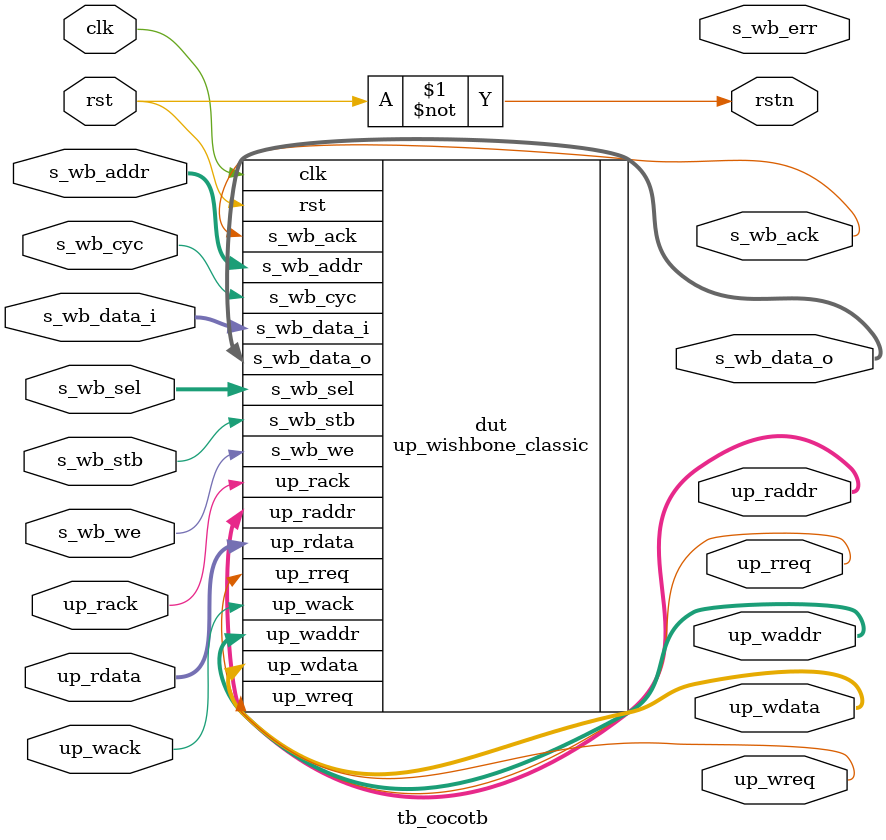
<source format=v>

`timescale 1ns/100ps

/*
 * Module: tb_cocotb
 *
 * Wishbone Classic slave to uP up_wishbone_classic DUT
 *
 * Parameters:
 *
 *   ADDRESS_WIDTH   - Width of the Wishbone address port in bits.
 *   BUS_WIDTH       - Width of the Wishbone bus data port in bytes.
 *
 * Ports:
 *
 *   clk              - Clock
 *   rst              - Positive reset
 *   s_wb_cyc         - Bus Cycle in process
 *   s_wb_stb         - Valid data transfer cycle
 *   s_wb_we          - Active High write, low read
 *   s_wb_addr        - Bus address
 *   s_wb_data_i      - Input data
 *   s_wb_sel         - Device Select
 *   s_wb_ack         - Bus transaction terminated
 *   s_wb_data_o      - Output data
 *   s_wb_err         - Active high when a bus error is present
 *   up_rreq          - uP bus read request
 *   up_rack          - uP bus read ack
 *   up_raddr         - uP bus read address
 *   up_rdata         - uP bus read data
 *   up_wreq          - uP bus write request
 *   up_wack          - uP bus write ack
 *   up_waddr         - uP bus write address
 *   up_wdata         - uP bus write data
 */
module tb_cocotb #(
    parameter ADDRESS_WIDTH = 16,
    parameter BUS_WIDTH     = 4
  )
  (
    input                                           clk,
    input                                           rst,
    output                                          rstn,
    input                                           s_wb_cyc,
    input                                           s_wb_stb,
    input                                           s_wb_we,
    input   [ADDRESS_WIDTH-1:0]                     s_wb_addr,
    input   [BUS_WIDTH*8-1:0]                       s_wb_data_i,
    input   [BUS_WIDTH-1:0]                         s_wb_sel,
    output                                          s_wb_ack,
    output  [BUS_WIDTH*8-1:0]                       s_wb_data_o,
    output                                          s_wb_err,
    output                                          up_rreq,
    input                                           up_rack,
    output  [ADDRESS_WIDTH-(BUS_WIDTH/2)-1:0]       up_raddr,
    input   [BUS_WIDTH*8-1:0]                       up_rdata,
    output                                          up_wreq,
    input                                           up_wack,
    output  [ADDRESS_WIDTH-(BUS_WIDTH/2)-1:0]       up_waddr,
    output  [BUS_WIDTH*8-1:0]                       up_wdata
  );
  // fst dump command
  initial begin
    $dumpfile ("tb_cocotb.fst");
    $dumpvars (0, tb_cocotb);
    #1;
  end

  assign rstn = ~rst;
  
  //Group: Instantiated Modules

  /*
   * Module: dut
   *
   * Device under test, up_wishbone_classic
   */
  up_wishbone_classic #(
    .ADDRESS_WIDTH(ADDRESS_WIDTH),
    .BUS_WIDTH(BUS_WIDTH)
  ) dut (
    .clk(clk),
    .rst(rst),
    .s_wb_cyc(s_wb_cyc),
    .s_wb_stb(s_wb_stb),
    .s_wb_we(s_wb_we),
    .s_wb_addr(s_wb_addr),
    .s_wb_data_i(s_wb_data_i),
    .s_wb_sel(s_wb_sel),
    .s_wb_ack(s_wb_ack),
    .s_wb_data_o(s_wb_data_o),
    .up_rreq(up_rreq),
    .up_rack(up_rack),
    .up_raddr(up_raddr),
    .up_rdata(up_rdata),
    .up_wreq(up_wreq),
    .up_wack(up_wack),
    .up_waddr(up_waddr),
    .up_wdata(up_wdata)
  );
  
endmodule


</source>
